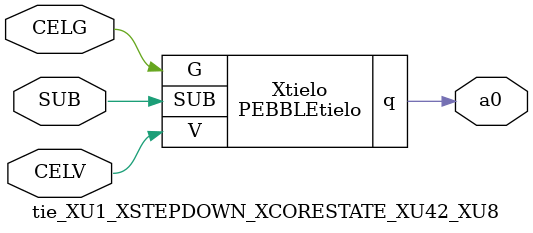
<source format=v>



module PEBBLEtielo ( q, G, SUB, V );

  input V;
  output q;
  input G;
  input SUB;
endmodule

//Celera Confidential Do Not Copy tie_XU1_XSTEPDOWN_XCORESTATE_XU42_XU8
//Celera Confidential Symbol Generator
//TIE
module tie_XU1_XSTEPDOWN_XCORESTATE_XU42_XU8 (CELV,CELG,a0,SUB);
input CELV;
input CELG;
output a0;
input SUB;

//Celera Confidential Do Not Copy tie
PEBBLEtielo Xtielo(
.V (CELV),
.q (a0),
.SUB (SUB),
.G (CELG)
);
//,diesize,PEBBLEtielo

//Celera Confidential Do Not Copy Module End
//Celera Schematic Generator
endmodule

</source>
